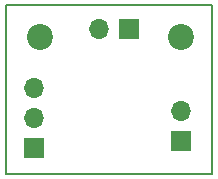
<source format=gbs>
%TF.GenerationSoftware,KiCad,Pcbnew,7.0.2*%
%TF.CreationDate,2025-03-07T16:02:18-05:00*%
%TF.ProjectId,2PAM8904,3250414d-3839-4303-942e-6b696361645f,rev?*%
%TF.SameCoordinates,Original*%
%TF.FileFunction,Soldermask,Bot*%
%TF.FilePolarity,Negative*%
%FSLAX46Y46*%
G04 Gerber Fmt 4.6, Leading zero omitted, Abs format (unit mm)*
G04 Created by KiCad (PCBNEW 7.0.2) date 2025-03-07 16:02:18*
%MOMM*%
%LPD*%
G01*
G04 APERTURE LIST*
%ADD10C,0.150000*%
%ADD11C,2.200000*%
%ADD12R,1.700000X1.700000*%
%ADD13O,1.700000X1.700000*%
G04 APERTURE END LIST*
D10*
X125069600Y-80670400D02*
X125069600Y-94945200D01*
X107594400Y-94996000D02*
X107594400Y-80670400D01*
X107594400Y-94996000D02*
X107594400Y-80670400D01*
X125069600Y-94945200D02*
X125069600Y-94996000D01*
X125069600Y-80670400D02*
X125069600Y-94945200D01*
X125069600Y-94996000D02*
X107594400Y-94996000D01*
X107594400Y-80670400D02*
X125069600Y-80670400D01*
D11*
%TO.C,REF\u002A\u002A*%
X122377200Y-83439000D03*
%TD*%
D12*
%TO.C,OUT*%
X122428000Y-92202000D03*
D13*
X122428000Y-89662000D03*
%TD*%
D11*
%TO.C,REF\u002A\u002A*%
X110490000Y-83439000D03*
%TD*%
D12*
%TO.C,EN1*%
X109957000Y-92837000D03*
D13*
X109957000Y-90297000D03*
X109957000Y-87757000D03*
%TD*%
D12*
%TO.C,IN*%
X117963000Y-82702000D03*
D13*
X115423000Y-82702000D03*
%TD*%
M02*

</source>
